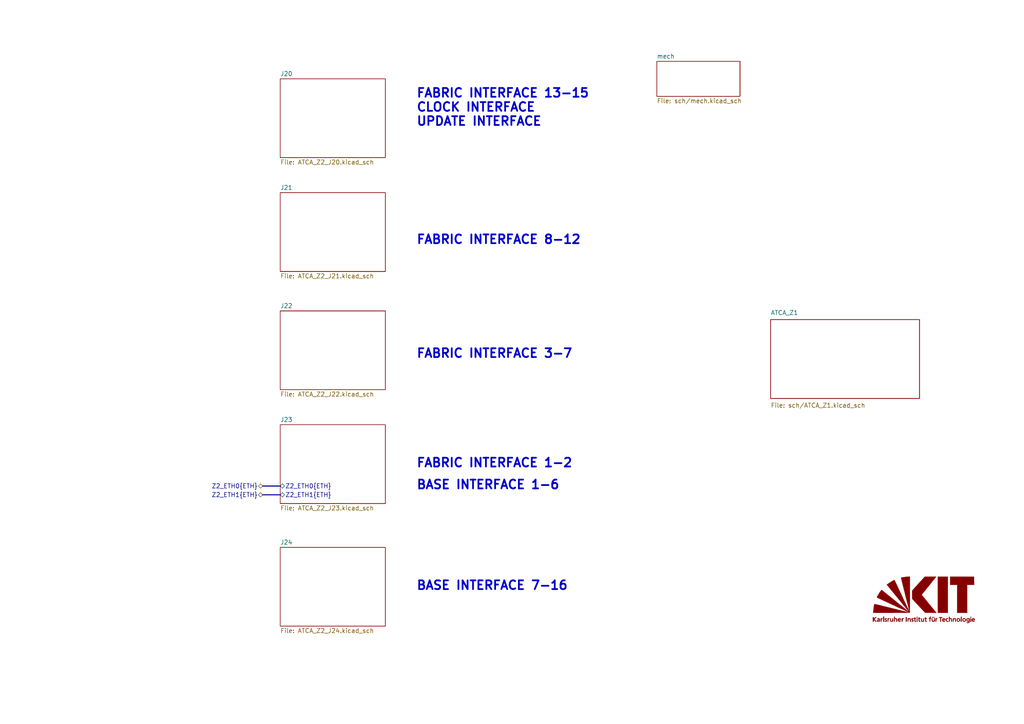
<source format=kicad_sch>
(kicad_sch (version 20230121) (generator eeschema)
  (paper "A4")
  (title_block (title "ATCA Template") (date "2023-07-20") (rev "1.0") (company "Karlsruhe Institute of Technology (KIT)") (comment 1 "Institute for Data Processing and Electronics (IPE)") (comment 2 "Luis Ardila") (comment 4 "Licensed under CERN-OHL-S-2.0"))
  (lib_symbols
    (symbol "project:KIT_LOGO" (pin_names (offset 1.016))
      (symbol "KIT_LOGO_0_0"
        (polyline (pts (xy -11.557 -4.8768) (xy -11.7602 -4.8768) (xy -11.7602 -6.2992) (xy -11.557 -6.2992) (xy -11.557 -4.8768)) (stroke (width 0.0254)) (fill (type outline)))
        (polyline (pts (xy -5.0038 -5.0038) (xy -5.207 -5.0038) (xy -5.207 -6.2992) (xy -5.0038 -6.2992) (xy -5.0038 -5.0038)) (stroke (width 0.0254)) (fill (type outline)))
        (polyline (pts (xy 6.9342 6.731) (xy 4.064 6.731) (xy 4.064 -3.7338) (xy 6.9342 -3.7338) (xy 6.9342 6.731)) (stroke (width 0.0254)) (fill (type outline)))
        (polyline (pts (xy 2.5908 -5.1562) (xy 2.5908 -5.0292) (xy 2.5654 -4.9784) (xy 2.5146 -4.953) (xy 2.4638 -4.953) (xy 2.413 -4.9784) (xy 2.413 -5.1308) (xy 2.4384 -5.1816) (xy 2.54 -5.1816) (xy 2.5908 -5.1562)) (stroke (width 0.0254)) (fill (type outline)))
        (polyline (pts (xy 2.9972 -5.1562) (xy 2.9972 -5.0292) (xy 2.9718 -4.9784) (xy 2.921 -4.953) (xy 2.8702 -4.953) (xy 2.8194 -4.9784) (xy 2.8194 -5.1308) (xy 2.8448 -5.1816) (xy 2.9464 -5.1816) (xy 2.9972 -5.1562)) (stroke (width 0.0254)) (fill (type outline)))
        (polyline (pts (xy -1.905 -5.1308) (xy -1.8796 -5.1054) (xy -1.8542 -5.0292) (xy -1.8542 -4.9784) (xy -1.8796 -4.9276) (xy -2.032 -4.9276) (xy -2.0828 -5.0038) (xy -2.0828 -5.08) (xy -2.032 -5.1308) (xy -1.9558 -5.1562) (xy -1.905 -5.1308)) (stroke (width 0.0254)) (fill (type outline)))
        (polyline (pts (xy 10.922 -4.8768) (xy 10.8204 -4.8768) (xy 10.8204 -4.9022) (xy 10.795 -4.9022) (xy 10.7696 -4.9276) (xy 10.7696 -4.9784) (xy 10.7442 -5.0546) (xy 10.7442 -5.6134) (xy 10.7188 -6.2992) (xy 10.922 -6.2992) (xy 10.922 -4.8768)) (stroke (width 0.0254)) (fill (type outline)))
        (polyline (pts (xy 12.5222 4.3688) (xy 14.5542 4.3688) (xy 14.5288 5.5372) (xy 14.5288 6.7056) (xy 11.0744 6.731) (xy 7.62 6.731) (xy 7.62 4.3688) (xy 9.652 4.3688) (xy 9.652 -3.7592) (xy 12.5222 -3.7592) (xy 12.5222 4.3688)) (stroke (width 0.0254)) (fill (type outline)))
        (polyline (pts (xy -1.8796 -5.8166) (xy -1.8796 -5.4102) (xy -1.905 -5.3594) (xy -1.9304 -5.3594) (xy -1.9558 -5.334) (xy -2.0066 -5.334) (xy -2.032 -5.3594) (xy -2.032 -5.3848) (xy -2.0574 -5.4864) (xy -2.0574 -6.2992) (xy -1.8542 -6.2992) (xy -1.8796 -5.8166)) (stroke (width 0.0254)) (fill (type outline)))
        (polyline (pts (xy 13.6398 -5.1308) (xy 13.6652 -5.1054) (xy 13.6906 -5.0292) (xy 13.6906 -4.9784) (xy 13.6652 -4.9276) (xy 13.5636 -4.9276) (xy 13.5128 -4.953) (xy 13.4874 -5.0292) (xy 13.5128 -5.08) (xy 13.5128 -5.1308) (xy 13.589 -5.1562) (xy 13.6398 -5.1308)) (stroke (width 0.0254)) (fill (type outline)))
        (polyline (pts (xy 13.6652 -5.8166) (xy 13.6652 -5.4102) (xy 13.6398 -5.3594) (xy 13.6144 -5.3594) (xy 13.589 -5.334) (xy 13.5382 -5.334) (xy 13.5128 -5.3594) (xy 13.5128 -5.4864) (xy 13.4874 -5.6134) (xy 13.4874 -6.2992) (xy 13.6906 -6.2992) (xy 13.6652 -5.8166)) (stroke (width 0.0254)) (fill (type outline)))
        (polyline (pts (xy 4.953 -5.1562) (xy 5.2324 -5.1562) (xy 5.334 -5.1308) (xy 5.3594 -5.1054) (xy 5.3594 -5.0292) (xy 5.334 -5.0292) (xy 5.2832 -5.0038) (xy 4.4196 -5.0038) (xy 4.3942 -5.0292) (xy 4.3688 -5.0292) (xy 4.3688 -5.1054) (xy 4.3942 -5.1308) (xy 4.445 -5.1308) (xy 4.572 -5.1562) (xy 4.7752 -5.1562) (xy 4.7752 -6.2992) (xy 4.953 -6.2992) (xy 4.953 -5.1562)) (stroke (width 0.0254)) (fill (type outline)))
        (polyline (pts (xy -12.3444 -6.2738) (xy -12.319 -6.223) (xy -12.319 -5.969) (xy -12.2936 -5.8674) (xy -12.2682 -5.6896) (xy -12.2428 -5.5626) (xy -12.1666 -5.5118) (xy -12.065 -5.4864) (xy -11.9888 -5.461) (xy -11.9888 -5.3594) (xy -12.0396 -5.334) (xy -12.1158 -5.334) (xy -12.2682 -5.4102) (xy -12.2936 -5.4356) (xy -12.319 -5.3848) (xy -12.3444 -5.3594) (xy -12.4206 -5.334) (xy -12.446 -5.334) (xy -12.4714 -5.3594) (xy -12.4968 -5.4102) (xy -12.4968 -6.2992) (xy -12.3698 -6.2992) (xy -12.3444 -6.2738)) (stroke (width 0.0254)) (fill (type outline)))
        (polyline (pts (xy -14.605 -6.2738) (xy -14.5796 -6.223) (xy -14.5796 -6.1468) (xy -14.5542 -5.9944) (xy -14.5542 -5.6896) (xy -14.2748 -5.9944) (xy -14.1478 -6.1468) (xy -14.0462 -6.223) (xy -13.9954 -6.2738) (xy -13.9192 -6.2992) (xy -13.7414 -6.2992) (xy -14.0462 -5.969) (xy -14.3764 -5.6134) (xy -13.7668 -5.0038) (xy -13.9954 -5.0038) (xy -14.0716 -5.0546) (xy -14.1478 -5.1308) (xy -14.3002 -5.2578) (xy -14.5542 -5.5372) (xy -14.5542 -5.0038) (xy -14.7828 -5.0038) (xy -14.7828 -6.2992) (xy -14.6304 -6.2992) (xy -14.605 -6.2738)) (stroke (width 0.0254)) (fill (type outline)))
        (polyline (pts (xy 3.556 -6.2738) (xy 3.556 -6.2484) (xy 3.5814 -6.1468) (xy 3.5814 -5.7404) (xy 3.6322 -5.588) (xy 3.7084 -5.5118) (xy 3.81 -5.4864) (xy 3.8862 -5.461) (xy 3.9116 -5.4102) (xy 3.9116 -5.3848) (xy 3.8862 -5.334) (xy 3.81 -5.334) (xy 3.7084 -5.3594) (xy 3.556 -5.4356) (xy 3.5306 -5.3848) (xy 3.5306 -5.3594) (xy 3.4544 -5.334) (xy 3.429 -5.334) (xy 3.4036 -5.3594) (xy 3.4036 -5.4102) (xy 3.3782 -5.4864) (xy 3.3782 -6.2992) (xy 3.5306 -6.2992) (xy 3.556 -6.2738)) (stroke (width 0.0254)) (fill (type outline)))
        (polyline (pts (xy -10.3632 -6.2738) (xy -10.3378 -6.223) (xy -10.3378 -6.1214) (xy -10.3124 -5.969) (xy -10.3124 -5.8674) (xy -10.287 -5.6896) (xy -10.2362 -5.5626) (xy -10.1854 -5.5118) (xy -10.0838 -5.4864) (xy -10.0076 -5.461) (xy -9.9822 -5.4102) (xy -10.0076 -5.3594) (xy -10.0584 -5.334) (xy -10.1346 -5.334) (xy -10.287 -5.4102) (xy -10.3124 -5.4356) (xy -10.3378 -5.3848) (xy -10.3632 -5.3594) (xy -10.4394 -5.334) (xy -10.4648 -5.334) (xy -10.4902 -5.3594) (xy -10.5156 -5.4102) (xy -10.5156 -6.2992) (xy -10.3886 -6.2992) (xy -10.3632 -6.2738)) (stroke (width 0.0254)) (fill (type outline)))
        (polyline (pts (xy -6.223 -6.2738) (xy -6.223 -6.223) (xy -6.1976 -6.1214) (xy -6.1976 -5.8674) (xy -6.1722 -5.6896) (xy -6.1214 -5.5626) (xy -6.0452 -5.5118) (xy -5.8928 -5.461) (xy -5.8674 -5.4102) (xy -5.8674 -5.3594) (xy -5.9436 -5.334) (xy -6.0198 -5.334) (xy -6.1214 -5.3848) (xy -6.1468 -5.4102) (xy -6.1976 -5.4356) (xy -6.223 -5.3848) (xy -6.2484 -5.3594) (xy -6.3246 -5.334) (xy -6.35 -5.334) (xy -6.3754 -5.3594) (xy -6.3754 -5.4102) (xy -6.4008 -5.4864) (xy -6.4008 -6.2992) (xy -6.2484 -6.2992) (xy -6.223 -6.2738)) (stroke (width 0.0254)) (fill (type outline)))
        (polyline (pts (xy 7.0358 -6.2992) (xy 7.0612 -6.223) (xy 7.0612 -6.1976) (xy 7.0104 -6.1722) (xy 6.858 -6.1722) (xy 6.731 -6.1468) (xy 6.604 -6.0452) (xy 6.5786 -5.969) (xy 6.5786 -5.842) (xy 6.604 -5.6896) (xy 6.6548 -5.588) (xy 6.7056 -5.5118) (xy 6.7818 -5.4864) (xy 7.0104 -5.4864) (xy 7.0358 -5.461) (xy 7.0358 -5.3848) (xy 6.9596 -5.3594) (xy 6.858 -5.334) (xy 6.604 -5.3848) (xy 6.5024 -5.461) (xy 6.4262 -5.6134) (xy 6.3754 -5.7658) (xy 6.4008 -5.9182) (xy 6.4516 -6.096) (xy 6.5532 -6.223) (xy 6.6802 -6.2992) (xy 6.8072 -6.3246) (xy 6.9342 -6.3246) (xy 7.0358 -6.2992)) (stroke (width 0.0254)) (fill (type outline)))
        (polyline (pts (xy -8.4836 -6.2738) (xy -8.4582 -6.223) (xy -8.4582 -5.969) (xy -8.4328 -5.842) (xy -8.4074 -5.6642) (xy -8.3566 -5.5626) (xy -8.2804 -5.5118) (xy -8.1788 -5.4864) (xy -8.1026 -5.4864) (xy -8.0264 -5.5372) (xy -8.001 -5.6134) (xy -7.9756 -5.7658) (xy -7.9756 -6.2992) (xy -7.7724 -6.2992) (xy -7.7978 -5.9182) (xy -7.7978 -5.588) (xy -7.8232 -5.5118) (xy -7.8486 -5.461) (xy -7.8994 -5.4102) (xy -7.9502 -5.3848) (xy -8.0772 -5.334) (xy -8.2296 -5.334) (xy -8.382 -5.3848) (xy -8.4582 -5.461) (xy -8.4582 -4.953) (xy -8.4836 -4.9022) (xy -8.509 -4.8768) (xy -8.636 -4.8768) (xy -8.636 -6.2992) (xy -8.509 -6.2992) (xy -8.4836 -6.2738)) (stroke (width 0.0254)) (fill (type outline)))
        (polyline (pts (xy 1.8034 -6.2738) (xy 1.8034 -5.4864) (xy 2.0066 -5.4864) (xy 2.0574 -5.461) (xy 2.0828 -5.4102) (xy 2.0574 -5.3848) (xy 2.032 -5.334) (xy 1.8796 -5.334) (xy 1.8288 -5.3086) (xy 1.8034 -5.2578) (xy 1.8288 -5.1562) (xy 1.8796 -5.0546) (xy 1.9812 -5.0292) (xy 2.0574 -5.0292) (xy 2.0828 -4.953) (xy 2.032 -4.9022) (xy 1.9304 -4.8768) (xy 1.905 -4.8768) (xy 1.778 -4.9276) (xy 1.6764 -5.0292) (xy 1.651 -5.1816) (xy 1.651 -5.2832) (xy 1.6256 -5.334) (xy 1.524 -5.334) (xy 1.4478 -5.3594) (xy 1.4478 -5.461) (xy 1.651 -5.5118) (xy 1.651 -6.1214) (xy 1.6764 -6.223) (xy 1.6764 -6.2738) (xy 1.7018 -6.2992) (xy 1.778 -6.2992) (xy 1.8034 -6.2738)) (stroke (width 0.0254)) (fill (type outline)))
        (polyline (pts (xy -10.8966 -6.2992) (xy -10.8204 -6.2484) (xy -10.7442 -6.1468) (xy -10.7442 -6.0198) (xy -10.795 -5.8928) (xy -10.922 -5.7658) (xy -11.049 -5.6896) (xy -11.1252 -5.6388) (xy -11.1506 -5.6134) (xy -11.1506 -5.5626) (xy -11.1252 -5.5372) (xy -11.049 -5.4864) (xy -10.795 -5.4864) (xy -10.795 -5.3848) (xy -10.8458 -5.3594) (xy -10.9474 -5.334) (xy -10.9728 -5.334) (xy -11.1252 -5.3594) (xy -11.2522 -5.4356) (xy -11.3284 -5.5372) (xy -11.3284 -5.5626) (xy -11.303 -5.6642) (xy -11.2268 -5.7912) (xy -10.9982 -5.9436) (xy -10.9474 -6.0198) (xy -10.9474 -6.096) (xy -10.9982 -6.1468) (xy -11.0744 -6.1722) (xy -11.2014 -6.1722) (xy -11.2776 -6.1468) (xy -11.303 -6.1468) (xy -11.303 -6.2738) (xy -11.2268 -6.2992) (xy -11.2268 -6.3246) (xy -11.0236 -6.3246) (xy -10.8966 -6.2992)) (stroke (width 0.0254)) (fill (type outline)))
        (polyline (pts (xy 7.4676 -6.2484) (xy 7.4676 -5.842) (xy 7.493 -5.715) (xy 7.493 -5.6388) (xy 7.6454 -5.4864) (xy 7.747 -5.4864) (xy 7.7978 -5.5118) (xy 7.874 -5.5372) (xy 7.9248 -5.6388) (xy 7.9502 -5.7912) (xy 7.9502 -6.223) (xy 7.9756 -6.2738) (xy 8.001 -6.2992) (xy 8.128 -6.2992) (xy 8.128 -6.1722) (xy 8.1534 -6.0198) (xy 8.128 -5.842) (xy 8.1026 -5.6388) (xy 8.0518 -5.4864) (xy 7.9756 -5.3848) (xy 7.9502 -5.3594) (xy 7.8232 -5.334) (xy 7.6708 -5.334) (xy 7.5438 -5.3848) (xy 7.5184 -5.4102) (xy 7.493 -5.4102) (xy 7.4676 -5.3848) (xy 7.4676 -5.1308) (xy 7.4422 -5.0038) (xy 7.4422 -4.9276) (xy 7.4168 -4.9022) (xy 7.366 -4.8768) (xy 7.2898 -4.8768) (xy 7.2898 -6.2992) (xy 7.4168 -6.2992) (xy 7.4676 -6.2484)) (stroke (width 0.0254)) (fill (type outline)))
        (polyline (pts (xy -4.5212 -6.2484) (xy -4.5212 -5.9944) (xy -4.4958 -5.7912) (xy -4.445 -5.6134) (xy -4.3688 -5.5372) (xy -4.2672 -5.4864) (xy -4.1402 -5.4864) (xy -4.0894 -5.5372) (xy -4.064 -5.6134) (xy -4.0386 -5.7658) (xy -4.0386 -6.2484) (xy -3.9878 -6.2992) (xy -3.8862 -6.2992) (xy -3.8608 -6.2738) (xy -3.8608 -6.223) (xy -3.8354 -6.1214) (xy -3.8354 -5.9436) (xy -3.8608 -5.6896) (xy -3.8862 -5.5372) (xy -3.937 -5.4102) (xy -4.0132 -5.3594) (xy -4.1402 -5.334) (xy -4.2926 -5.3594) (xy -4.4196 -5.4102) (xy -4.5212 -5.4864) (xy -4.5212 -5.3594) (xy -4.5974 -5.334) (xy -4.6228 -5.334) (xy -4.6482 -5.3594) (xy -4.6482 -5.4102) (xy -4.6736 -5.4864) (xy -4.6736 -6.1468) (xy -4.6482 -6.223) (xy -4.6482 -6.2738) (xy -4.6228 -6.2992) (xy -4.5466 -6.2992) (xy -4.5212 -6.2484)) (stroke (width 0.0254)) (fill (type outline)))
        (polyline (pts (xy -1.0668 -6.2992) (xy -1.0414 -6.223) (xy -1.0414 -6.1976) (xy -1.1176 -6.1722) (xy -1.1938 -6.1722) (xy -1.2446 -6.1214) (xy -1.2954 -5.969) (xy -1.2954 -5.4864) (xy -1.0922 -5.4864) (xy -1.0414 -5.461) (xy -1.0414 -5.4102) (xy -1.0668 -5.3594) (xy -1.1684 -5.334) (xy -1.2446 -5.334) (xy -1.2954 -5.2832) (xy -1.2954 -5.1054) (xy -1.3208 -5.08) (xy -1.3716 -5.08) (xy -1.4478 -5.1562) (xy -1.4986 -5.2324) (xy -1.4986 -5.2578) (xy -1.524 -5.3086) (xy -1.6002 -5.334) (xy -1.651 -5.3594) (xy -1.7018 -5.4102) (xy -1.7018 -5.4356) (xy -1.6764 -5.461) (xy -1.6002 -5.4864) (xy -1.4986 -5.4864) (xy -1.4986 -5.8166) (xy -1.4732 -6.0198) (xy -1.4478 -6.1722) (xy -1.397 -6.2484) (xy -1.3208 -6.2992) (xy -1.27 -6.3246) (xy -1.143 -6.3246) (xy -1.0668 -6.2992)) (stroke (width 0.0254)) (fill (type outline)))
        (polyline (pts (xy -3.1496 -6.2484) (xy -3.048 -6.1468) (xy -3.0226 -6.0452) (xy -3.0226 -5.969) (xy -3.0734 -5.8928) (xy -3.1496 -5.8166) (xy -3.2766 -5.7404) (xy -3.3782 -5.6388) (xy -3.4036 -5.5626) (xy -3.4036 -5.5372) (xy -3.3528 -5.5118) (xy -3.2512 -5.4864) (xy -3.1496 -5.4864) (xy -3.0988 -5.461) (xy -3.0734 -5.4102) (xy -3.0988 -5.3848) (xy -3.1496 -5.3594) (xy -3.2512 -5.334) (xy -3.3528 -5.334) (xy -3.5052 -5.3848) (xy -3.5814 -5.4864) (xy -3.6322 -5.588) (xy -3.5814 -5.7404) (xy -3.5052 -5.8166) (xy -3.3528 -5.9182) (xy -3.302 -5.9436) (xy -3.2258 -6.0198) (xy -3.2258 -6.096) (xy -3.302 -6.1722) (xy -3.5052 -6.1722) (xy -3.5814 -6.1468) (xy -3.6068 -6.1468) (xy -3.6068 -6.1976) (xy -3.5814 -6.2484) (xy -3.5052 -6.2992) (xy -3.429 -6.3246) (xy -3.2766 -6.3246) (xy -3.1496 -6.2484)) (stroke (width 0.0254)) (fill (type outline)))
        (polyline (pts (xy -2.3114 -6.2992) (xy -2.2606 -6.223) (xy -2.286 -6.223) (xy -2.286 -6.1722) (xy -2.3622 -6.1722) (xy -2.3876 -6.1976) (xy -2.4638 -6.1722) (xy -2.5146 -6.096) (xy -2.54 -5.9944) (xy -2.54 -5.4864) (xy -2.3876 -5.4864) (xy -2.3368 -5.461) (xy -2.3114 -5.4102) (xy -2.3114 -5.3848) (xy -2.3368 -5.334) (xy -2.4892 -5.334) (xy -2.54 -5.2832) (xy -2.54 -5.1308) (xy -2.5654 -5.08) (xy -2.5908 -5.08) (xy -2.6162 -5.1054) (xy -2.6924 -5.1054) (xy -2.7178 -5.1308) (xy -2.7178 -5.2832) (xy -2.7432 -5.334) (xy -2.8702 -5.334) (xy -2.921 -5.3594) (xy -2.9464 -5.4102) (xy -2.9464 -5.4356) (xy -2.921 -5.461) (xy -2.8448 -5.4864) (xy -2.7178 -5.4864) (xy -2.7178 -6.1214) (xy -2.667 -6.223) (xy -2.6162 -6.2738) (xy -2.54 -6.3246) (xy -2.3876 -6.3246) (xy -2.3114 -6.2992)) (stroke (width 0.0254)) (fill (type outline)))
        (polyline (pts (xy 0.7874 -6.3246) (xy 0.8128 -6.2992) (xy 0.8382 -6.2484) (xy 0.8128 -6.1976) (xy 0.762 -6.1722) (xy 0.6858 -6.1722) (xy 0.6096 -6.1214) (xy 0.5842 -5.969) (xy 0.5842 -5.4864) (xy 0.762 -5.4864) (xy 0.8128 -5.461) (xy 0.8382 -5.4102) (xy 0.8382 -5.3848) (xy 0.7874 -5.334) (xy 0.6096 -5.334) (xy 0.5842 -5.2832) (xy 0.5842 -5.1562) (xy 0.5588 -5.08) (xy 0.5334 -5.08) (xy 0.4572 -5.1054) (xy 0.4064 -5.1562) (xy 0.381 -5.2324) (xy 0.381 -5.2578) (xy 0.3556 -5.3086) (xy 0.3048 -5.334) (xy 0.2286 -5.3594) (xy 0.2032 -5.4102) (xy 0.2286 -5.461) (xy 0.3048 -5.4864) (xy 0.3556 -5.4864) (xy 0.381 -5.5372) (xy 0.381 -5.8674) (xy 0.4064 -6.0452) (xy 0.4572 -6.2484) (xy 0.5334 -6.2992) (xy 0.5842 -6.3246) (xy 0.6858 -6.35) (xy 0.7874 -6.3246)) (stroke (width 0.0254)) (fill (type outline)))
        (polyline (pts (xy 8.5852 -6.2738) (xy 8.5852 -5.8928) (xy 8.636 -5.715) (xy 8.6868 -5.588) (xy 8.7884 -5.5118) (xy 8.9154 -5.4864) (xy 8.9662 -5.4864) (xy 9.017 -5.5372) (xy 9.0424 -5.6134) (xy 9.0678 -5.7658) (xy 9.0678 -6.1468) (xy 9.0932 -6.2484) (xy 9.0932 -6.2738) (xy 9.1186 -6.2992) (xy 9.2202 -6.2992) (xy 9.2456 -6.2738) (xy 9.271 -6.223) (xy 9.271 -5.9436) (xy 9.2456 -5.6896) (xy 9.2202 -5.5372) (xy 9.1694 -5.4102) (xy 9.0932 -5.3594) (xy 8.9662 -5.334) (xy 8.8138 -5.3594) (xy 8.6868 -5.4102) (xy 8.5852 -5.4864) (xy 8.5852 -5.3594) (xy 8.509 -5.334) (xy 8.4836 -5.334) (xy 8.4582 -5.3594) (xy 8.4582 -5.4102) (xy 8.4328 -5.4864) (xy 8.4328 -6.1468) (xy 8.4582 -6.223) (xy 8.4582 -6.2738) (xy 8.4836 -6.2992) (xy 8.5598 -6.2992) (xy 8.5852 -6.2738)) (stroke (width 0.0254)) (fill (type outline)))
        (polyline (pts (xy -9.3472 -6.3246) (xy -9.2202 -6.2738) (xy -9.144 -6.223) (xy -9.0932 -6.223) (xy -9.0932 -6.2484) (xy -9.0678 -6.2738) (xy -9.017 -6.2992) (xy -8.9916 -6.2992) (xy -8.9408 -6.2484) (xy -8.9408 -5.461) (xy -8.9662 -5.3848) (xy -8.9662 -5.3594) (xy -8.9916 -5.334) (xy -9.017 -5.334) (xy -9.0678 -5.3594) (xy -9.0932 -5.3848) (xy -9.1186 -5.4356) (xy -9.1186 -5.6896) (xy -9.144 -5.8166) (xy -9.144 -5.9436) (xy -9.1694 -6.0198) (xy -9.1948 -6.0706) (xy -9.2964 -6.1722) (xy -9.4234 -6.1976) (xy -9.4996 -6.1468) (xy -9.5758 -6.0452) (xy -9.6012 -5.8674) (xy -9.6266 -5.6388) (xy -9.6266 -5.3594) (xy -9.652 -5.334) (xy -9.7282 -5.334) (xy -9.7536 -5.3594) (xy -9.7536 -6.0706) (xy -9.7028 -6.1976) (xy -9.652 -6.2484) (xy -9.5758 -6.2992) (xy -9.5504 -6.2992) (xy -9.4488 -6.35) (xy -9.3472 -6.3246)) (stroke (width 0.0254)) (fill (type outline)))
        (polyline (pts (xy -8.4074 -3.7084) (xy -4.5212 -3.7084) (xy -4.3434 -3.683) (xy -4.191 -3.683) (xy -4.2418 -3.6576) (xy -4.3434 -3.6576) (xy -4.4958 -3.6068) (xy -4.699 -3.556) (xy -4.9784 -3.5052) (xy -5.2832 -3.429) (xy -5.6642 -3.3274) (xy -6.096 -3.2258) (xy -6.5532 -3.1242) (xy -7.0358 -2.9972) (xy -7.5692 -2.8702) (xy -8.128 -2.7178) (xy -8.6868 -2.5908) (xy -9.2964 -2.4384) (xy -10.0838 -2.2352) (xy -10.8204 -2.0574) (xy -11.4554 -1.905) (xy -12.573 -1.6256) (xy -13.0302 -1.4986) (xy -13.4366 -1.4224) (xy -13.7668 -1.3462) (xy -13.9954 -1.2954) (xy -14.3002 -1.2192) (xy -14.351 -1.2192) (xy -14.3764 -1.3208) (xy -14.4272 -1.4732) (xy -14.4526 -1.6764) (xy -14.5034 -1.9304) (xy -14.5288 -2.1844) (xy -14.5796 -2.4638) (xy -14.6304 -3.0226) (xy -14.6558 -3.2766) (xy -14.6812 -3.7338) (xy -9.1948 -3.7338) (xy -8.4074 -3.7084)) (stroke (width 0.0254)) (fill (type outline)))
        (polyline (pts (xy 2.8702 -6.223) (xy 2.9718 -6.1722) (xy 2.9718 -6.2484) (xy 3.048 -6.2738) (xy 3.0734 -6.2738) (xy 3.0988 -6.2484) (xy 3.0988 -6.1976) (xy 3.1242 -6.1214) (xy 3.1242 -5.4102) (xy 3.0988 -5.3594) (xy 3.0734 -5.334) (xy 3.0226 -5.334) (xy 2.9972 -5.3594) (xy 2.9718 -5.4102) (xy 2.9718 -5.715) (xy 2.921 -5.9182) (xy 2.8702 -6.0706) (xy 2.7686 -6.1214) (xy 2.667 -6.1468) (xy 2.5908 -6.1468) (xy 2.54 -6.096) (xy 2.4892 -5.9944) (xy 2.4638 -5.9182) (xy 2.4638 -5.7658) (xy 2.4384 -5.6134) (xy 2.4384 -5.3594) (xy 2.413 -5.334) (xy 2.3368 -5.334) (xy 2.3114 -5.3594) (xy 2.3114 -5.4102) (xy 2.286 -5.5118) (xy 2.286 -5.7912) (xy 2.3114 -5.9944) (xy 2.3368 -6.1214) (xy 2.3876 -6.1976) (xy 2.4638 -6.2738) (xy 2.5908 -6.2992) (xy 2.7432 -6.2992) (xy 2.8702 -6.223)) (stroke (width 0.0254)) (fill (type outline)))
        (polyline (pts (xy -0.2794 -6.2738) (xy -0.2032 -6.2484) (xy -0.1524 -6.223) (xy -0.127 -6.2484) (xy -0.127 -6.2738) (xy -0.0508 -6.2992) (xy -0.0254 -6.2992) (xy -0.0254 -6.2738) (xy 0 -6.2484) (xy 0 -5.3594) (xy -0.0254 -5.334) (xy -0.0762 -5.334) (xy -0.1016 -5.3594) (xy -0.127 -5.4102) (xy -0.127 -5.4864) (xy -0.1524 -5.6388) (xy -0.1524 -5.6896) (xy -0.1778 -5.8928) (xy -0.2286 -6.0452) (xy -0.2794 -6.1214) (xy -0.381 -6.1722) (xy -0.4826 -6.1722) (xy -0.5588 -6.1214) (xy -0.5842 -6.1214) (xy -0.635 -5.969) (xy -0.635 -5.8674) (xy -0.6604 -5.6896) (xy -0.6604 -5.4356) (xy -0.6858 -5.3594) (xy -0.7112 -5.334) (xy -0.7874 -5.334) (xy -0.7874 -5.3594) (xy -0.8128 -5.4356) (xy -0.8128 -5.9182) (xy -0.7874 -6.0706) (xy -0.762 -6.1976) (xy -0.6096 -6.2992) (xy -0.508 -6.3246) (xy -0.4064 -6.3246) (xy -0.2794 -6.2738)) (stroke (width 0.0254)) (fill (type outline)))
        (polyline (pts (xy 10.1092 -6.2992) (xy 10.287 -6.223) (xy 10.414 -6.096) (xy 10.4648 -5.969) (xy 10.4648 -5.6642) (xy 10.414 -5.5372) (xy 10.3886 -5.5118) (xy 10.2616 -5.4102) (xy 10.1092 -5.334) (xy 9.9314 -5.334) (xy 9.7536 -5.3848) (xy 9.652 -5.461) (xy 9.5758 -5.6134) (xy 9.525 -5.7658) (xy 9.525 -5.8674) (xy 9.7028 -5.8674) (xy 9.7282 -5.715) (xy 9.8044 -5.588) (xy 9.8298 -5.5372) (xy 9.9568 -5.4864) (xy 10.0838 -5.4864) (xy 10.1854 -5.5626) (xy 10.2616 -5.6642) (xy 10.287 -5.8166) (xy 10.2616 -5.969) (xy 10.2108 -6.0706) (xy 10.1854 -6.096) (xy 10.0838 -6.1722) (xy 9.9568 -6.1722) (xy 9.8298 -6.1468) (xy 9.7536 -6.0452) (xy 9.7282 -5.9944) (xy 9.7028 -5.8674) (xy 9.525 -5.8674) (xy 9.5504 -5.9182) (xy 9.6012 -6.096) (xy 9.7028 -6.223) (xy 9.8298 -6.2992) (xy 9.9314 -6.3246) (xy 10.1092 -6.2992)) (stroke (width 0.0254)) (fill (type outline)))
        (polyline (pts (xy 11.8364 -6.2992) (xy 11.9634 -6.223) (xy 12.065 -6.096) (xy 12.1412 -5.9436) (xy 12.1412 -5.7658) (xy 12.0904 -5.588) (xy 12.065 -5.5372) (xy 11.9634 -5.4356) (xy 11.811 -5.3594) (xy 11.6332 -5.334) (xy 11.4808 -5.3594) (xy 11.3538 -5.4356) (xy 11.3284 -5.461) (xy 11.2268 -5.6134) (xy 11.2014 -5.7658) (xy 11.2014 -5.8674) (xy 11.3792 -5.8674) (xy 11.4046 -5.6896) (xy 11.4554 -5.588) (xy 11.557 -5.5118) (xy 11.684 -5.4864) (xy 11.7094 -5.4864) (xy 11.8364 -5.5372) (xy 11.9126 -5.6388) (xy 11.9634 -5.7912) (xy 11.9634 -5.9182) (xy 11.938 -5.9944) (xy 11.8364 -6.096) (xy 11.7094 -6.1722) (xy 11.6078 -6.1722) (xy 11.5062 -6.1214) (xy 11.4046 -6.0198) (xy 11.3792 -5.8674) (xy 11.2014 -5.8674) (xy 11.2014 -5.9436) (xy 11.2776 -6.096) (xy 11.3792 -6.223) (xy 11.5316 -6.2992) (xy 11.6586 -6.3246) (xy 11.8364 -6.2992)) (stroke (width 0.0254)) (fill (type outline)))
        (polyline (pts (xy 6.096 -6.2738) (xy 6.096 -6.2484) (xy 6.1214 -6.1976) (xy 6.1214 -6.1722) (xy 6.096 -6.1214) (xy 6.0452 -6.1468) (xy 5.8674 -6.1722) (xy 5.715 -6.1468) (xy 5.6134 -6.0706) (xy 5.588 -6.0452) (xy 5.5372 -5.969) (xy 5.5118 -5.9182) (xy 5.5626 -5.8674) (xy 6.1976 -5.8674) (xy 6.1976 -5.6642) (xy 6.1214 -5.5118) (xy 6.0452 -5.4102) (xy 5.8928 -5.3594) (xy 5.7658 -5.334) (xy 5.6134 -5.3594) (xy 5.4864 -5.4356) (xy 5.3848 -5.588) (xy 5.334 -5.715) (xy 5.5118 -5.715) (xy 5.5626 -5.6388) (xy 5.588 -5.5626) (xy 5.6388 -5.5118) (xy 5.6896 -5.4864) (xy 5.7912 -5.4864) (xy 5.8928 -5.5118) (xy 5.969 -5.588) (xy 5.9944 -5.6896) (xy 5.9944 -5.715) (xy 5.969 -5.7404) (xy 5.5626 -5.7404) (xy 5.5118 -5.715) (xy 5.334 -5.715) (xy 5.334 -5.8928) (xy 5.3848 -6.0706) (xy 5.4864 -6.1976) (xy 5.6388 -6.2992) (xy 5.7404 -6.3246) (xy 5.9944 -6.3246) (xy 6.096 -6.2738)) (stroke (width 0.0254)) (fill (type outline)))
        (polyline (pts (xy -6.8834 -6.2992) (xy -6.8326 -6.2992) (xy -6.7564 -6.2484) (xy -6.731 -6.1976) (xy -6.731 -6.1468) (xy -6.7564 -6.1214) (xy -6.8326 -6.1468) (xy -6.985 -6.1722) (xy -7.1628 -6.1468) (xy -7.2644 -6.0706) (xy -7.3406 -5.9436) (xy -7.366 -5.8928) (xy -7.3406 -5.8674) (xy -6.7056 -5.8674) (xy -6.7056 -5.715) (xy -6.731 -5.588) (xy -6.7818 -5.461) (xy -6.8834 -5.3594) (xy -6.9088 -5.3594) (xy -7.0358 -5.334) (xy -7.1882 -5.334) (xy -7.3152 -5.3848) (xy -7.3914 -5.4102) (xy -7.493 -5.5372) (xy -7.5438 -5.715) (xy -7.3406 -5.715) (xy -7.3406 -5.6642) (xy -7.2898 -5.588) (xy -7.1882 -5.5118) (xy -7.0866 -5.4864) (xy -6.985 -5.5118) (xy -6.9088 -5.5626) (xy -6.8834 -5.6642) (xy -6.8834 -5.6896) (xy -6.9088 -5.7404) (xy -7.2898 -5.7404) (xy -7.3406 -5.715) (xy -7.5438 -5.715) (xy -7.5438 -5.8928) (xy -7.493 -6.0706) (xy -7.3914 -6.1976) (xy -7.2644 -6.2992) (xy -7.2136 -6.2992) (xy -7.112 -6.3246) (xy -7.0104 -6.3246) (xy -6.8834 -6.2992)) (stroke (width 0.0254)) (fill (type outline)))
        (polyline (pts (xy 14.5542 -6.2992) (xy 14.605 -6.2992) (xy 14.6812 -6.2484) (xy 14.7066 -6.1976) (xy 14.7066 -6.1468) (xy 14.6558 -6.1214) (xy 14.605 -6.1468) (xy 14.4272 -6.1722) (xy 14.2748 -6.1468) (xy 14.1478 -6.0706) (xy 14.0716 -5.9436) (xy 14.0716 -5.8928) (xy 14.097 -5.8674) (xy 14.732 -5.8674) (xy 14.732 -5.715) (xy 14.7066 -5.588) (xy 14.6304 -5.461) (xy 14.5542 -5.3594) (xy 14.5288 -5.3594) (xy 14.3764 -5.334) (xy 14.224 -5.334) (xy 14.097 -5.3848) (xy 14.0462 -5.4102) (xy 13.9446 -5.5372) (xy 13.8938 -5.715) (xy 14.0716 -5.715) (xy 14.097 -5.6388) (xy 14.1478 -5.5626) (xy 14.224 -5.4864) (xy 14.3256 -5.4864) (xy 14.4272 -5.5118) (xy 14.5034 -5.588) (xy 14.5542 -5.6896) (xy 14.5542 -5.715) (xy 14.5034 -5.7404) (xy 14.097 -5.7404) (xy 14.0716 -5.715) (xy 13.8938 -5.715) (xy 13.8938 -5.8928) (xy 13.9192 -6.0706) (xy 14.0208 -6.1976) (xy 14.1732 -6.2992) (xy 14.224 -6.2992) (xy 14.3256 -6.3246) (xy 14.4272 -6.3246) (xy 14.5542 -6.2992)) (stroke (width 0.0254)) (fill (type outline)))
        (polyline (pts (xy 3.429 -3.5306) (xy 3.3782 -3.5052) (xy 3.2004 -3.2512) (xy 2.9718 -2.9718) (xy 2.7178 -2.6924) (xy 2.2098 -2.032) (xy 1.9304 -1.7018) (xy 1.6256 -1.3462) (xy 1.3462 -1.016) (xy 1.0668 -0.6604) (xy 0.8128 -0.3302) (xy 0.5334 0) (xy 0.3048 0.3048) (xy 0.0762 0.5842) (xy -0.127 0.8128) (xy -0.3048 1.0414) (xy -0.4318 1.2192) (xy -0.5588 1.3462) (xy -0.6096 1.4224) (xy -0.635 1.4732) (xy -0.6096 1.4986) (xy -0.4572 1.7272) (xy -0.3048 1.905) (xy -0.127 2.1336) (xy 0.0762 2.3876) (xy 0.3048 2.667) (xy 0.5588 2.9972) (xy 0.8382 3.3528) (xy 1.143 3.7084) (xy 1.7526 4.4704) (xy 2.3114 5.1816) (xy 2.5654 5.5118) (xy 2.8194 5.7912) (xy 3.0226 6.0452) (xy 3.2004 6.2738) (xy 3.3274 6.4516) (xy 3.4544 6.604) (xy 3.5052 6.6802) (xy 3.5306 6.7056) (xy 3.429 6.7056) (xy 3.2766 6.731) (xy 1.905 6.731) (xy 0.254 6.7056) (xy -1.5748 4.699) (xy -3.4036 2.667) (xy -3.4036 0.3302) (xy -1.524 -1.7018) (xy 0.3556 -3.7084) (xy 1.9812 -3.7084) (xy 3.5814 -3.7338) (xy 3.429 -3.5306)) (stroke (width 0.0254)) (fill (type outline)))
        (polyline (pts (xy -13.1318 -6.2992) (xy -12.9794 -6.223) (xy -12.954 -6.1976) (xy -12.954 -6.2484) (xy -12.9286 -6.2738) (xy -12.8778 -6.2992) (xy -12.827 -6.2992) (xy -12.8016 -6.2484) (xy -12.8016 -5.842) (xy -12.827 -5.6642) (xy -12.827 -5.5626) (xy -12.8524 -5.4864) (xy -12.8778 -5.4356) (xy -12.9032 -5.4102) (xy -12.9794 -5.3594) (xy -13.1318 -5.334) (xy -13.2842 -5.334) (xy -13.4112 -5.3848) (xy -13.4874 -5.4102) (xy -13.5128 -5.461) (xy -13.4874 -5.5118) (xy -13.462 -5.5372) (xy -13.4112 -5.5118) (xy -13.335 -5.4864) (xy -13.1064 -5.4864) (xy -13.0302 -5.5372) (xy -13.0048 -5.5626) (xy -12.9794 -5.6388) (xy -13.0556 -5.6896) (xy -13.1826 -5.715) (xy -13.2588 -5.715) (xy -13.4366 -5.7912) (xy -13.5382 -5.8928) (xy -13.589 -6.0198) (xy -13.4112 -6.0198) (xy -13.3604 -5.9436) (xy -13.2842 -5.8674) (xy -13.0302 -5.8674) (xy -13.0048 -5.8928) (xy -12.9794 -5.969) (xy -13.0302 -6.1214) (xy -13.081 -6.1468) (xy -13.1826 -6.1722) (xy -13.2842 -6.1722) (xy -13.3604 -6.1214) (xy -13.4112 -6.0198) (xy -13.589 -6.0198) (xy -13.5636 -6.1468) (xy -13.5128 -6.2484) (xy -13.3858 -6.3246) (xy -13.2588 -6.3246) (xy -13.1318 -6.2992)) (stroke (width 0.0254)) (fill (type outline)))
        (polyline (pts (xy 12.9794 -6.6802) (xy 13.0556 -6.6548) (xy 13.1318 -6.5786) (xy 13.2334 -6.4516) (xy 13.2334 -5.4102) (xy 13.208 -5.3594) (xy 13.1826 -5.334) (xy 13.1064 -5.334) (xy 13.081 -5.3848) (xy 13.081 -5.4102) (xy 13.0556 -5.4356) (xy 13.0302 -5.4356) (xy 12.9794 -5.3848) (xy 12.954 -5.3848) (xy 12.8778 -5.334) (xy 12.7508 -5.334) (xy 12.6238 -5.3594) (xy 12.5222 -5.4102) (xy 12.4968 -5.4356) (xy 12.3952 -5.5626) (xy 12.3444 -5.715) (xy 12.3444 -5.8166) (xy 12.5222 -5.8166) (xy 12.5476 -5.6642) (xy 12.6238 -5.5626) (xy 12.7254 -5.4864) (xy 12.827 -5.4864) (xy 12.9286 -5.5118) (xy 13.0048 -5.6134) (xy 13.0302 -5.6896) (xy 13.0556 -5.8166) (xy 13.0302 -5.969) (xy 12.954 -6.0706) (xy 12.954 -6.096) (xy 12.827 -6.1468) (xy 12.7254 -6.1468) (xy 12.6238 -6.0706) (xy 12.5476 -5.969) (xy 12.5222 -5.8166) (xy 12.3444 -5.8166) (xy 12.3444 -5.8928) (xy 12.3952 -6.0706) (xy 12.4714 -6.1976) (xy 12.6238 -6.2738) (xy 12.7762 -6.2992) (xy 12.9286 -6.2484) (xy 13.0556 -6.1976) (xy 13.0556 -6.2992) (xy 13.0302 -6.4008) (xy 12.954 -6.5024) (xy 12.827 -6.5532) (xy 12.6746 -6.5786) (xy 12.4968 -6.5278) (xy 12.4206 -6.5278) (xy 12.4206 -6.6548) (xy 12.4968 -6.7056) (xy 12.8778 -6.7056) (xy 12.9794 -6.6802)) (stroke (width 0.0254)) (fill (type outline)))
        (polyline (pts (xy -4.318 -3.2004) (xy -4.445 -2.9718) (xy -4.572 -2.667) (xy -4.7498 -2.3114) (xy -4.9276 -1.9304) (xy -5.1308 -1.4986) (xy -5.334 -1.0414) (xy -5.588 -0.5588) (xy -5.8166 -0.0508) (xy -6.3246 1.0668) (xy -8.5344 5.7404) (xy -8.7376 5.6642) (xy -8.8138 5.6388) (xy -9.017 5.5372) (xy -9.2456 5.3848) (xy -9.4996 5.2324) (xy -9.779 5.08) (xy -10.033 4.9022) (xy -10.2616 4.7498) (xy -10.4648 4.6228) (xy -10.6172 4.4958) (xy -10.7442 4.3942) (xy -7.4676 0.4064) (xy -7.239 0.1016) (xy -6.477 -0.8128) (xy -5.8166 -1.6256) (xy -5.5118 -2.0066) (xy -5.2324 -2.3622) (xy -4.9784 -2.667) (xy -4.7498 -2.921) (xy -4.572 -3.1496) (xy -4.4196 -3.3274) (xy -4.318 -3.4798) (xy -4.2164 -3.5814) (xy -4.2418 -3.5814) (xy -4.2926 -3.5306) (xy -4.4196 -3.4544) (xy -4.572 -3.3274) (xy -4.8006 -3.1496) (xy -5.0546 -2.9464) (xy -5.334 -2.7178) (xy -5.6642 -2.4384) (xy -6.0198 -2.159) (xy -6.8326 -1.4986) (xy -7.2644 -1.143) (xy -7.747 -0.762) (xy -8.2042 -0.381) (xy -8.4836 -0.1524) (xy -8.9408 0.2032) (xy -9.398 0.5842) (xy -9.8298 0.9398) (xy -10.2362 1.2446) (xy -10.6172 1.5494) (xy -10.9474 1.8288) (xy -11.2776 2.0828) (xy -11.5316 2.3114) (xy -11.7856 2.4892) (xy -11.9634 2.6416) (xy -12.1158 2.7686) (xy -12.2174 2.8702) (xy -12.2682 2.8702) (xy -12.446 2.6924) (xy -12.5476 2.54) (xy -12.6746 2.3368) (xy -12.7 2.3368) (xy -12.8524 2.1082) (xy -13.0048 1.8542) (xy -13.1572 1.6256) (xy -13.2842 1.397) (xy -13.4112 1.1938) (xy -13.5128 1.016) (xy -13.5636 0.8636) (xy -13.6144 0.762) (xy -13.6144 0.7112) (xy -13.589 0.6858) (xy -13.5128 0.6604) (xy -13.3858 0.5842) (xy -13.1826 0.508) (xy -12.9286 0.381) (xy -12.6492 0.254) (xy -12.319 0.1016) (xy -11.9634 -0.0762) (xy -11.557 -0.254) (xy -11.1252 -0.4572) (xy -10.668 -0.6604) (xy -10.2108 -0.889) (xy -9.2456 -1.3462) (xy -8.763 -1.5494) (xy -7.3152 -2.2352) (xy -6.858 -2.4384) (xy -6.4262 -2.6416) (xy -6.0198 -2.8194) (xy -5.6388 -2.9972) (xy -5.3086 -3.1496) (xy -5.0038 -3.302) (xy -4.7244 -3.4036) (xy -4.3688 -3.5814) (xy -4.2672 -3.6068) (xy -4.2164 -3.6322) (xy -4.191 -3.6322) (xy -4.1148 -3.7084) (xy -4.0894 -3.6322) (xy -4.0894 -1.4732) (xy -4.064 -0.9398) (xy -4.064 6.731) (xy -4.5466 6.7056) (xy -4.7244 6.7056) (xy -5.2324 6.6548) (xy -5.5118 6.6294) (xy -5.7912 6.5786) (xy -6.0452 6.5532) (xy -6.2484 6.5024) (xy -6.4262 6.477) (xy -6.5532 6.4516) (xy -6.604 6.4262) (xy -6.604 6.4008) (xy -6.5786 6.3246) (xy -6.5532 6.1722) (xy -6.5024 5.969) (xy -6.4516 5.6896) (xy -6.3754 5.3594) (xy -6.2738 5.0038) (xy -6.1722 4.5974) (xy -6.0706 4.1402) (xy -5.8166 3.1242) (xy -5.6642 2.5654) (xy -5.5118 1.9812) (xy -5.3848 1.3716) (xy -5.2832 0.9906) (xy -5.1308 0.4064) (xy -4.9784 -0.1524) (xy -4.8514 -0.6858) (xy -4.7244 -1.1938) (xy -4.6228 -1.651) (xy -4.4958 -2.0828) (xy -4.4196 -2.4638) (xy -4.318 -2.8194) (xy -4.2418 -3.0988) (xy -4.191 -3.3274) (xy -4.1656 -3.4798) (xy -4.1656 -3.5306) (xy -4.2418 -3.4036) (xy -4.318 -3.2004)) (stroke (width 0.0254)) (fill (type outline)))
      )
    )
  )
  (bus (pts (xy 76.2 143.51) (xy 81.28 143.51)))
  (bus (pts (xy 76.2 140.97) (xy 81.28 140.97)))
  (text "BASE INTERFACE 1-6" (at 120.65 142.24 0) (effects (font (size 2.54 2.54) (thickness 0.508) bold) (justify left bottom)))
  (text "FABRIC INTERFACE 13-15\nCLOCK INTERFACE\nUPDATE INTERFACE" (at 120.65 36.83 0) (effects (font (size 2.54 2.54) (thickness 0.508) bold) (justify left bottom)))
  (text "BASE INTERFACE 7-16" (at 120.65 171.45 0) (effects (font (size 2.54 2.54) (thickness 0.508) bold) (justify left bottom)))
  (text "FABRIC INTERFACE 8-12" (at 120.65 71.12 0) (effects (font (size 2.54 2.54) (thickness 0.508) bold) (justify left bottom)))
  (text "FABRIC INTERFACE 3-7" (at 120.65 104.14 0) (effects (font (size 2.54 2.54) (thickness 0.508) bold) (justify left bottom)))
  (text "FABRIC INTERFACE 1-2" (at 120.65 135.89 0) (effects (font (size 2.54 2.54) (thickness 0.508) bold) (justify left bottom)))
  (hierarchical_label "Z2_ETH1{ETH}" (shape bidirectional) (at 76.2 143.51 180))
  (hierarchical_label "Z2_ETH0{ETH}" (shape bidirectional) (at 76.2 140.97 180))
  (symbol (lib_id "project:KIT_LOGO") (at 267.97 173.99 0) (unit 1)
    (property "Reference" "G1" (effects hide))
    (property "Value" "KIT_LOGO" (effects hide))
    (property "Footprint" "KIT_Graphic:KIT_LOGO" (effects hide))
  )
  (sheet (at 223.52 92.71) (size 43.18 22.86) (stroke (width 0.1524))
    (property "Sheetname" "ATCA_Z1" (at 223.52 91.44 0) (effects (justify left bottom)))
    (property "Sheetfile" "sch/ATCA_Z1.kicad_sch" (at 223.52 116.84 0) (effects (justify left top)))
  )
  (sheet (at 81.28 123.19) (size 30.48 22.86) (stroke (width 0.1524))
    (property "Sheetname" "J23" (at 81.28 122.4784 0) (effects (justify left bottom)))
    (property "Sheetfile" "ATCA_Z2_J23.kicad_sch" (at 81.28 146.6346 0) (effects (justify left top)))
    (pin "Z2_ETH0{ETH}" bidirectional (at 81.28 140.97 180))
    (pin "Z2_ETH1{ETH}" bidirectional (at 81.28 143.51 180))
  )
  (sheet (at 81.28 158.75) (size 30.48 22.86) (stroke (width 0.1524))
    (property "Sheetname" "J24" (at 81.28 158.0384 0) (effects (justify left bottom)))
    (property "Sheetfile" "ATCA_Z2_J24.kicad_sch" (at 81.28 182.1946 0) (effects (justify left top)))
  )
  (sheet (at 81.28 90.17) (size 30.48 22.86) (stroke (width 0.1524))
    (property "Sheetname" "J22" (at 81.28 89.4584 0) (effects (justify left bottom)))
    (property "Sheetfile" "ATCA_Z2_J22.kicad_sch" (at 81.28 113.6146 0) (effects (justify left top)))
  )
  (sheet (at 81.28 55.88) (size 30.48 22.86) (stroke (width 0.1524))
    (property "Sheetname" "J21" (at 81.28 55.1684 0) (effects (justify left bottom)))
    (property "Sheetfile" "ATCA_Z2_J21.kicad_sch" (at 81.28 79.3246 0) (effects (justify left top)))
  )
  (sheet (at 81.28 22.86) (size 30.48 22.86) (stroke (width 0.1524))
    (property "Sheetname" "J20" (at 81.28 22.1484 0) (effects (justify left bottom)))
    (property "Sheetfile" "ATCA_Z2_J20.kicad_sch" (at 81.28 46.3046 0) (effects (justify left top)))
  )
  (sheet (at 190.5 17.78) (size 24.13 10.16) (stroke (width 0.1524))
    (property "Sheetname" "mech" (at 190.5 17.0684 0) (effects (justify left bottom)))
    (property "Sheetfile" "sch/mech.kicad_sch" (at 190.5 28.5246 0) (effects (justify left top)))
  )
)
</source>
